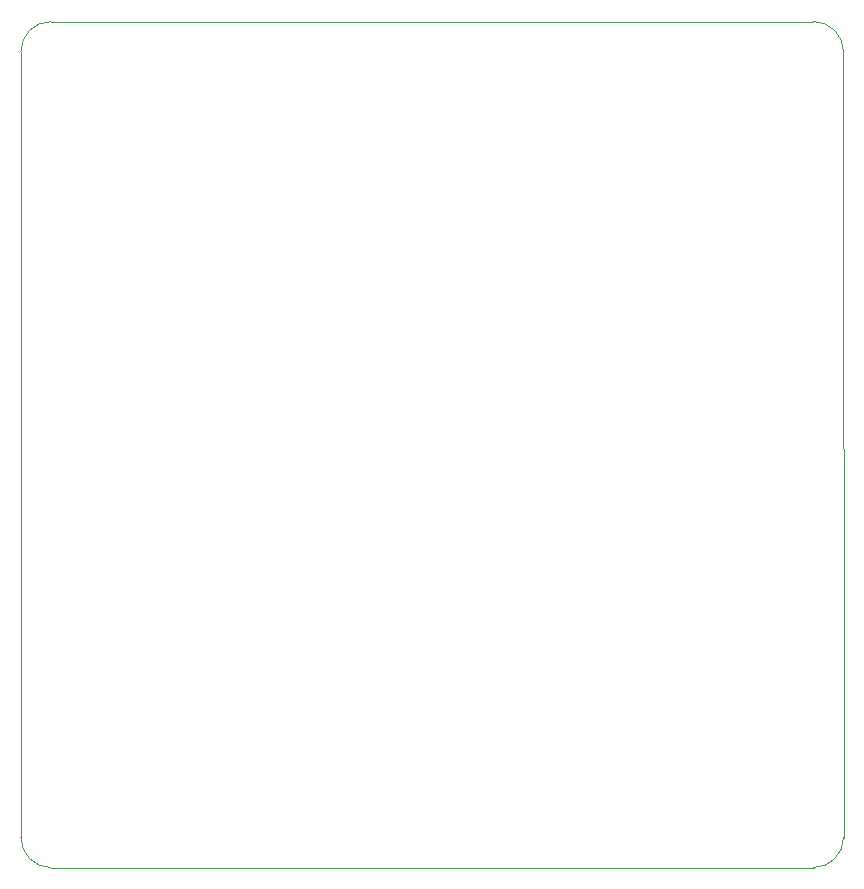
<source format=gm1>
G04 #@! TF.GenerationSoftware,KiCad,Pcbnew,5.99.0-unknown-9f841da98e~134~ubuntu20.04.1*
G04 #@! TF.CreationDate,2021-12-18T11:08:02+01:00*
G04 #@! TF.ProjectId,slave-8in-8out,736c6176-652d-4386-996e-2d386f75742e,rev?*
G04 #@! TF.SameCoordinates,PX3a22d00PY8062360*
G04 #@! TF.FileFunction,Profile,NP*
%FSLAX46Y46*%
G04 Gerber Fmt 4.6, Leading zero omitted, Abs format (unit mm)*
G04 Created by KiCad (PCBNEW 5.99.0-unknown-9f841da98e~134~ubuntu20.04.1) date 2021-12-18 11:08:02*
%MOMM*%
%LPD*%
G01*
G04 APERTURE LIST*
G04 #@! TA.AperFunction,Profile*
%ADD10C,0.050000*%
G04 #@! TD*
G04 APERTURE END LIST*
D10*
X72136000Y-131826000D02*
G75*
G02*
X69596000Y-129286000I0J2540000D01*
G01*
X72136000Y-60198000D02*
X136702800Y-60198000D01*
X136702800Y-60198000D02*
G75*
G02*
X139242800Y-62738000I0J-2540000D01*
G01*
X72136000Y-131826000D02*
X136705000Y-131826000D01*
X69596000Y-62738000D02*
G75*
G02*
X72136000Y-60198000I2540000J0D01*
G01*
X139242800Y-62738000D02*
X139245000Y-129286000D01*
X139245000Y-129286000D02*
G75*
G02*
X136705000Y-131826000I-2540000J0D01*
G01*
X69596000Y-129286000D02*
X69596000Y-62738000D01*
M02*

</source>
